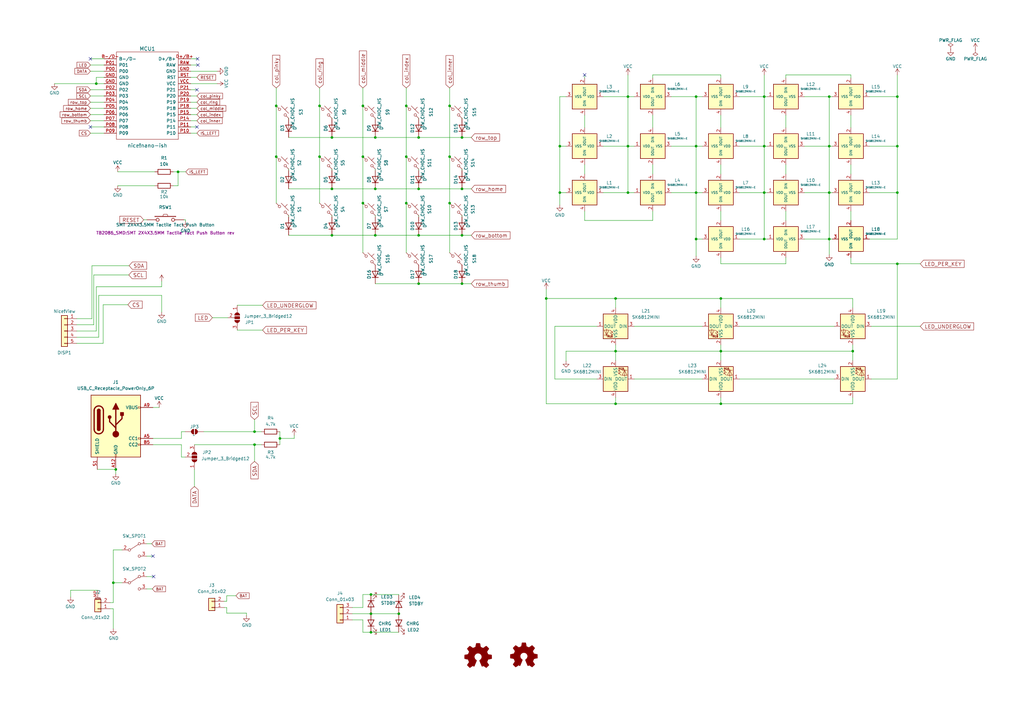
<source format=kicad_sch>
(kicad_sch (version 20231120) (generator "eeschema") (generator_version "8.0")
  (paper "A3")
  (title_block (title "uniCorne Cherry") (date "2023-07-20") (rev "0.9") (company "Thunderbird2086"))
  (junction (at 136.144 56.388))
  (junction (at 46.482 239.014))
  (junction (at 368.046 59.944))
  (junction (at 252.476 122.428))
  (junction (at 368.046 39.624))
  (junction (at 224.028 122.428))
  (junction (at 171.704 56.388))
  (junction (at 285.496 59.944))
  (junction (at 171.704 116.332))
  (junction (at 166.624 83.312))
  (junction (at 113.284 64.262))
  (junction (at 184.404 64.262))
  (junction (at 252.476 165.608))
  (junction (at 104.394 177.038))
  (junction (at 313.436 39.624))
  (junction (at 313.436 78.994))
  (junction (at 189.484 77.47))
  (junction (at 285.496 78.994))
  (junction (at 368.046 78.994))
  (junction (at 148.844 43.434))
  (junction (at 104.394 182.372))
  (junction (at 285.496 39.624))
  (junction (at 136.144 96.52))
  (junction (at 163.576 251.714))
  (junction (at 152.146 251.714))
  (junction (at 340.106 98.044))
  (junction (at 153.924 96.52))
  (junction (at 368.046 108.204))
  (junction (at 171.704 96.52))
  (junction (at 295.656 122.428))
  (junction (at 184.404 83.312))
  (junction (at 148.844 64.262))
  (junction (at 166.624 43.434))
  (junction (at 313.436 98.044))
  (junction (at 171.704 77.47))
  (junction (at 349.758 144.018))
  (junction (at 148.844 83.312))
  (junction (at 229.616 59.944))
  (junction (at 313.436 59.944))
  (junction (at 257.556 59.944))
  (junction (at 152.146 259.334))
  (junction (at 136.144 77.47))
  (junction (at 340.106 59.944))
  (junction (at 114.808 179.832))
  (junction (at 285.496 98.044))
  (junction (at 257.556 78.994))
  (junction (at 340.106 78.994))
  (junction (at 295.656 144.018))
  (junction (at 229.616 78.994))
  (junction (at 252.476 144.018))
  (junction (at 184.404 43.434))
  (junction (at 153.924 56.388))
  (junction (at 295.656 165.608))
  (junction (at 131.064 64.262))
  (junction (at 340.106 39.624))
  (junction (at 189.484 56.388))
  (junction (at 73.025 70.485))
  (junction (at 257.556 39.624))
  (junction (at 131.064 43.434))
  (junction (at 152.146 243.84))
  (junction (at 189.484 116.332))
  (junction (at 153.924 77.47))
  (junction (at 189.484 96.52))
  (junction (at 166.624 64.262))
  (junction (at 39.497 34.29))
  (junction (at 113.284 43.434))
  (junction (at 47.498 192.532))
  (no_connect (at 37.084 24.13))
  (no_connect (at 37.084 52.07))
  (no_connect (at 239.776 30.734))
  (no_connect (at 81.026 24.13))
  (no_connect (at 62.738 228.092))
  (no_connect (at 81.153 26.67))
  (no_connect (at 80.772 36.83))
  (no_connect (at 80.772 52.07))
  (no_connect (at 62.992 236.474))
  (wire (pts (xy 131.064 43.434) (xy 131.064 64.262)))
  (wire (pts (xy 257.556 30.734) (xy 257.556 39.624)))
  (wire (pts (xy 148.844 259.334) (xy 152.146 259.334)))
  (wire (pts (xy 252.476 165.608) (xy 252.476 163.068)))
  (wire (pts (xy 37.084 54.61) (xy 42.672 54.61)))
  (wire (pts (xy 46.482 247.142) (xy 46.482 239.014)))
  (wire (pts (xy 37.084 44.45) (xy 42.672 44.45)))
  (wire (pts (xy 348.996 52.324) (xy 348.996 47.244)))
  (wire (pts (xy 76.073 90.17) (xy 75.438 90.17)))
  (wire (pts (xy 76.073 90.805) (xy 76.073 90.17)))
  (wire (pts (xy 295.656 86.614) (xy 295.656 90.424)))
  (wire (pts (xy 267.716 67.564) (xy 267.716 71.374)))
  (wire (pts (xy 322.326 30.734) (xy 348.996 30.734)))
  (wire (pts (xy 295.656 67.564) (xy 295.656 71.374)))
  (wire (pts (xy 239.776 30.734) (xy 239.776 32.004)))
  (wire (pts (xy 239.776 90.424) (xy 239.776 86.614)))
  (wire (pts (xy 78.232 34.29) (xy 89.027 34.29)))
  (wire (pts (xy 42.291 124.968) (xy 52.451 124.968)))
  (wire (pts (xy 38.481 112.776) (xy 52.832 112.776)))
  (wire (pts (xy 189.484 48.514) (xy 189.484 48.768)))
  (wire (pts (xy 252.476 122.428) (xy 252.476 126.238)))
  (wire (pts (xy 92.964 244.348) (xy 92.964 246.634)))
  (wire (pts (xy 113.284 43.434) (xy 113.284 64.262)))
  (wire (pts (xy 39.497 135.763) (xy 31.496 135.763)))
  (wire (pts (xy 60.198 223.012) (xy 62.23 223.012)))
  (wire (pts (xy 356.616 39.624) (xy 368.046 39.624)))
  (wire (pts (xy 229.616 78.994) (xy 229.616 84.074)))
  (wire (pts (xy 37.719 108.966) (xy 52.959 108.966)))
  (wire (pts (xy 349.758 122.428) (xy 349.758 126.238)))
  (wire (pts (xy 37.084 29.21) (xy 42.672 29.21)))
  (wire (pts (xy 166.624 36.068) (xy 166.624 43.434)))
  (wire (pts (xy 136.144 77.47) (xy 153.924 77.47)))
  (wire (pts (xy 239.776 67.564) (xy 239.776 71.374)))
  (wire (pts (xy 136.144 69.342) (xy 136.144 69.85)))
  (wire (pts (xy 42.291 124.968) (xy 42.291 140.843)))
  (wire (pts (xy 152.146 259.334) (xy 163.576 259.334)))
  (wire (pts (xy 39.497 135.763) (xy 39.497 117.602)))
  (wire (pts (xy 78.232 41.91) (xy 80.772 41.91)))
  (wire (pts (xy 78.232 29.21) (xy 89.027 29.21)))
  (wire (pts (xy 166.624 43.434) (xy 166.624 64.262)))
  (wire (pts (xy 39.497 31.75) (xy 39.497 34.29)))
  (wire (pts (xy 79.756 192.532) (xy 79.756 199.517)))
  (wire (pts (xy 153.924 69.342) (xy 153.924 69.85)))
  (wire (pts (xy 92.964 251.46) (xy 92.964 249.174)))
  (wire (pts (xy 47.498 192.532) (xy 47.498 194.31)))
  (wire (pts (xy 348.996 108.204) (xy 368.046 108.204)))
  (wire (pts (xy 46.482 225.552) (xy 46.482 239.014)))
  (wire (pts (xy 260.096 133.858) (xy 288.036 133.858)))
  (wire (pts (xy 37.084 41.91) (xy 42.672 41.91)))
  (wire (pts (xy 136.144 48.514) (xy 136.144 48.768)))
  (wire (pts (xy 285.496 39.624) (xy 285.496 59.944)))
  (wire (pts (xy 46.482 249.682) (xy 45.212 249.682)))
  (wire (pts (xy 368.046 108.204) (xy 377.444 108.204)))
  (wire (pts (xy 78.232 39.37) (xy 80.772 39.37)))
  (wire (pts (xy 313.436 39.624) (xy 314.706 39.624)))
  (wire (pts (xy 171.704 56.388) (xy 189.484 56.388)))
  (wire (pts (xy 368.046 39.624) (xy 368.046 59.944)))
  (wire (pts (xy 295.656 144.018) (xy 349.758 144.018)))
  (wire (pts (xy 285.496 59.944) (xy 288.036 59.944)))
  (wire (pts (xy 40.513 138.303) (xy 31.496 138.303)))
  (wire (pts (xy 340.106 39.624) (xy 340.106 59.944)))
  (wire (pts (xy 322.326 86.614) (xy 322.326 90.424)))
  (wire (pts (xy 340.106 98.044) (xy 341.376 98.044)))
  (wire (pts (xy 42.672 26.67) (xy 37.084 26.67)))
  (wire (pts (xy 114.808 179.832) (xy 120.65 179.832)))
  (wire (pts (xy 28.956 242.062) (xy 28.956 244.856)))
  (wire (pts (xy 295.656 122.428) (xy 295.656 126.238)))
  (wire (pts (xy 329.946 98.044) (xy 340.106 98.044)))
  (wire (pts (xy 62.738 167.132) (xy 65.278 167.132)))
  (wire (pts (xy 42.672 52.07) (xy 37.084 52.07)))
  (wire (pts (xy 153.924 116.332) (xy 171.704 116.332)))
  (wire (pts (xy 257.556 59.944) (xy 257.556 78.994)))
  (wire (pts (xy 247.396 78.994) (xy 257.556 78.994)))
  (wire (pts (xy 60.198 236.474) (xy 62.992 236.474)))
  (wire (pts (xy 42.672 39.37) (xy 37.084 39.37)))
  (wire (pts (xy 285.496 78.994) (xy 285.496 98.044)))
  (wire (pts (xy 356.616 78.994) (xy 368.046 78.994)))
  (wire (pts (xy 229.616 39.624) (xy 232.156 39.624)))
  (wire (pts (xy 340.106 78.994) (xy 340.106 98.044)))
  (wire (pts (xy 62.484 241.554) (xy 60.198 241.554)))
  (wire (pts (xy 184.404 64.262) (xy 184.404 83.312)))
  (wire (pts (xy 58.928 90.17) (xy 60.198 90.17)))
  (wire (pts (xy 148.844 36.068) (xy 148.844 43.434)))
  (wire (pts (xy 40.513 121.158) (xy 66.294 121.158)))
  (wire (pts (xy 314.706 78.994) (xy 313.436 78.994)))
  (wire (pts (xy 148.844 83.312) (xy 148.844 103.632)))
  (wire (pts (xy 329.946 59.944) (xy 340.106 59.944)))
  (wire (pts (xy 118.364 77.47) (xy 136.144 77.47)))
  (wire (pts (xy 113.284 36.068) (xy 113.284 43.434)))
  (wire (pts (xy 193.294 116.332) (xy 189.484 116.332)))
  (wire (pts (xy 224.028 122.428) (xy 252.476 122.428)))
  (wire (pts (xy 275.336 59.944) (xy 285.496 59.944)))
  (wire (pts (xy 322.326 67.564) (xy 322.326 71.374)))
  (wire (pts (xy 356.616 98.044) (xy 368.046 98.044)))
  (wire (pts (xy 39.878 192.532) (xy 47.498 192.532)))
  (wire (pts (xy 148.844 64.262) (xy 148.844 83.312)))
  (wire (pts (xy 267.716 30.734) (xy 295.656 30.734)))
  (wire (pts (xy 295.656 144.018) (xy 295.656 141.478)))
  (wire (pts (xy 229.616 59.944) (xy 232.156 59.944)))
  (wire (pts (xy 340.106 98.044) (xy 340.106 104.394)))
  (wire (pts (xy 252.476 122.428) (xy 295.656 122.428)))
  (wire (pts (xy 46.482 239.014) (xy 50.038 239.014)))
  (wire (pts (xy 285.496 98.044) (xy 285.496 105.029)))
  (wire (pts (xy 252.476 144.018) (xy 252.476 141.478)))
  (wire (pts (xy 136.144 88.392) (xy 136.144 88.9)))
  (wire (pts (xy 303.276 78.994) (xy 313.436 78.994)))
  (wire (pts (xy 166.624 83.312) (xy 166.624 103.632)))
  (wire (pts (xy 295.656 165.608) (xy 349.758 165.608)))
  (wire (pts (xy 73.025 70.485) (xy 76.2 70.485)))
  (wire (pts (xy 148.844 254.254) (xy 148.844 259.334)))
  (wire (pts (xy 224.028 118.618) (xy 224.028 122.428)))
  (wire (pts (xy 118.364 56.388) (xy 136.144 56.388)))
  (wire (pts (xy 104.394 177.038) (xy 107.188 177.038)))
  (wire (pts (xy 144.526 251.714) (xy 152.146 251.714)))
  (wire (pts (xy 349.758 144.018) (xy 349.758 147.828)))
  (wire (pts (xy 252.476 144.018) (xy 252.476 147.828)))
  (wire (pts (xy 166.624 64.262) (xy 166.624 83.312)))
  (wire (pts (xy 144.526 254.254) (xy 148.844 254.254)))
  (wire (pts (xy 285.496 78.994) (xy 288.036 78.994)))
  (wire (pts (xy 184.404 43.434) (xy 184.404 64.262)))
  (wire (pts (xy 101.092 251.46) (xy 92.964 251.46)))
  (wire (pts (xy 39.497 34.29) (xy 42.672 34.29)))
  (wire (pts (xy 136.144 56.388) (xy 153.924 56.388)))
  (wire (pts (xy 78.232 36.83) (xy 80.772 36.83)))
  (wire (pts (xy 368.046 59.944) (xy 368.046 78.994)))
  (wire (pts (xy 37.084 36.83) (xy 42.672 36.83)))
  (wire (pts (xy 118.364 96.52) (xy 136.144 96.52)))
  (wire (pts (xy 37.084 49.53) (xy 42.672 49.53)))
  (wire (pts (xy 227.584 133.858) (xy 227.584 155.448)))
  (wire (pts (xy 224.028 122.428) (xy 224.028 165.608)))
  (wire (pts (xy 322.326 47.244) (xy 322.326 52.324)))
  (wire (pts (xy 340.106 59.944) (xy 340.106 78.994)))
  (wire (pts (xy 229.616 59.944) (xy 229.616 78.994)))
  (wire (pts (xy 267.716 47.244) (xy 267.716 52.324)))
  (wire (pts (xy 114.808 177.038) (xy 114.808 179.832)))
  (wire (pts (xy 104.394 182.372) (xy 107.188 182.372)))
  (wire (pts (xy 340.106 59.944) (xy 341.376 59.944)))
  (wire (pts (xy 120.65 179.832) (xy 120.65 178.562)))
  (wire (pts (xy 224.028 165.608) (xy 252.476 165.608)))
  (wire (pts (xy 313.436 39.624) (xy 313.436 59.944)))
  (wire (pts (xy 153.924 56.388) (xy 171.704 56.388)))
  (wire (pts (xy 62.738 228.092) (xy 60.198 228.092)))
  (wire (pts (xy 46.482 247.142) (xy 45.212 247.142)))
  (wire (pts (xy 101.092 251.46) (xy 101.092 252.476)))
  (wire (pts (xy 171.704 77.47) (xy 189.484 77.47)))
  (wire (pts (xy 42.291 140.843) (xy 31.496 140.843)))
  (wire (pts (xy 295.656 165.608) (xy 295.656 163.068)))
  (wire (pts (xy 303.276 155.448) (xy 342.138 155.448)))
  (wire (pts (xy 83.566 177.038) (xy 104.394 177.038)))
  (wire (pts (xy 48.26 76.2) (xy 63.5 76.2)))
  (wire (pts (xy 348.996 105.664) (xy 348.996 108.204)))
  (wire (pts (xy 62.738 182.372) (xy 74.422 182.372)))
  (wire (pts (xy 295.656 108.204) (xy 295.656 105.664)))
  (wire (pts (xy 148.844 43.434) (xy 148.844 64.262)))
  (wire (pts (xy 189.484 69.342) (xy 189.484 69.85)))
  (wire (pts (xy 232.156 144.018) (xy 252.476 144.018)))
  (wire (pts (xy 229.616 78.994) (xy 232.156 78.994)))
  (wire (pts (xy 148.844 243.84) (xy 152.146 243.84)))
  (wire (pts (xy 257.556 59.944) (xy 260.096 59.944)))
  (wire (pts (xy 239.776 90.424) (xy 267.716 90.424)))
  (wire (pts (xy 37.084 24.13) (xy 42.672 24.13)))
  (wire (pts (xy 92.964 249.174) (xy 91.948 249.174)))
  (wire (pts (xy 295.656 30.734) (xy 295.656 32.004)))
  (wire (pts (xy 329.946 39.624) (xy 340.106 39.624)))
  (wire (pts (xy 74.422 182.372) (xy 74.422 187.452)))
  (wire (pts (xy 295.656 144.018) (xy 295.656 147.828)))
  (wire (pts (xy 144.526 249.174) (xy 148.844 249.174)))
  (wire (pts (xy 303.276 133.858) (xy 342.138 133.858)))
  (wire (pts (xy 313.436 30.734) (xy 313.436 39.624)))
  (wire (pts (xy 78.232 49.53) (xy 80.772 49.53)))
  (wire (pts (xy 136.144 96.52) (xy 153.924 96.52)))
  (wire (pts (xy 239.776 52.324) (xy 239.776 47.244)))
  (wire (pts (xy 97.282 135.382) (xy 107.696 135.382)))
  (wire (pts (xy 153.924 48.514) (xy 153.924 48.768)))
  (wire (pts (xy 78.232 31.75) (xy 80.772 31.75)))
  (wire (pts (xy 31.496 130.683) (xy 37.719 130.683)))
  (wire (pts (xy 303.276 98.044) (xy 313.436 98.044)))
  (wire (pts (xy 357.378 133.858) (xy 377.444 133.858)))
  (wire (pts (xy 313.436 59.944) (xy 313.436 78.994)))
  (wire (pts (xy 275.336 39.624) (xy 285.496 39.624)))
  (wire (pts (xy 314.706 98.044) (xy 313.436 98.044)))
  (wire (pts (xy 227.584 133.858) (xy 244.856 133.858)))
  (wire (pts (xy 78.232 46.99) (xy 80.772 46.99)))
  (wire (pts (xy 74.422 179.832) (xy 62.738 179.832)))
  (wire (pts (xy 285.496 39.624) (xy 288.036 39.624)))
  (wire (pts (xy 46.482 225.552) (xy 50.038 225.552)))
  (wire (pts (xy 153.924 77.47) (xy 171.704 77.47)))
  (wire (pts (xy 229.616 39.624) (xy 229.616 59.944)))
  (wire (pts (xy 39.497 117.602) (xy 66.294 117.602)))
  (wire (pts (xy 267.716 30.734) (xy 267.716 32.004)))
  (wire (pts (xy 171.704 88.392) (xy 171.704 88.9)))
  (wire (pts (xy 81.026 24.13) (xy 78.232 24.13)))
  (wire (pts (xy 40.132 242.062) (xy 28.956 242.062)))
  (wire (pts (xy 247.396 59.944) (xy 257.556 59.944)))
  (wire (pts (xy 163.576 251.714) (xy 152.146 251.714)))
  (wire (pts (xy 87.122 130.302) (xy 93.472 130.302)))
  (wire (pts (xy 329.946 78.994) (xy 340.106 78.994)))
  (wire (pts (xy 285.496 98.044) (xy 288.036 98.044)))
  (wire (pts (xy 252.476 165.608) (xy 295.656 165.608)))
  (wire (pts (xy 189.484 96.52) (xy 193.294 96.52)))
  (wire (pts (xy 114.808 179.832) (xy 114.808 182.372)))
  (wire (pts (xy 295.656 52.324) (xy 295.656 47.244)))
  (wire (pts (xy 163.576 243.84) (xy 152.146 243.84)))
  (wire (pts (xy 322.326 30.734) (xy 322.326 32.004)))
  (wire (pts (xy 92.964 246.634) (xy 91.948 246.634)))
  (wire (pts (xy 348.996 86.614) (xy 348.996 90.424)))
  (wire (pts (xy 368.046 30.734) (xy 368.046 39.624)))
  (wire (pts (xy 74.422 177.038) (xy 74.422 179.832)))
  (wire (pts (xy 313.436 78.994) (xy 313.436 98.044)))
  (wire (pts (xy 171.704 116.332) (xy 189.484 116.332)))
  (wire (pts (xy 257.556 39.624) (xy 257.556 59.944)))
  (wire (pts (xy 118.364 69.342) (xy 118.364 69.85)))
  (wire (pts (xy 152.146 251.714) (xy 152.146 251.46)))
  (wire (pts (xy 74.422 187.452) (xy 75.946 187.452)))
  (wire (pts (xy 31.496 133.223) (xy 38.481 133.223)))
  (wire (pts (xy 252.476 144.018) (xy 295.656 144.018)))
  (wire (pts (xy 189.484 56.388) (xy 193.294 56.388)))
  (wire (pts (xy 39.497 31.75) (xy 42.672 31.75)))
  (wire (pts (xy 37.084 46.99) (xy 42.672 46.99)))
  (wire (pts (xy 171.704 48.514) (xy 171.704 48.768)))
  (wire (pts (xy 38.481 133.223) (xy 38.481 112.776)))
  (wire (pts (xy 260.096 155.448) (xy 288.036 155.448)))
  (wire (pts (xy 131.064 36.068) (xy 131.064 43.434)))
  (wire (pts (xy 48.26 70.485) (xy 63.5 70.485)))
  (wire (pts (xy 368.046 108.204) (xy 368.046 155.448)))
  (wire (pts (xy 340.106 39.624) (xy 341.376 39.624)))
  (wire (pts (xy 267.716 90.424) (xy 267.716 86.614)))
  (wire (pts (xy 163.576 243.84) (xy 163.576 244.094)))
  (wire (pts (xy 71.12 76.2) (xy 73.025 76.2)))
  (wire (pts (xy 148.844 249.174) (xy 148.844 243.84)))
  (wire (pts (xy 227.584 155.448) (xy 244.856 155.448)))
  (wire (pts (xy 349.758 141.478) (xy 349.758 144.018)))
  (wire (pts (xy 348.996 30.734) (xy 348.996 32.004)))
  (wire (pts (xy 349.758 163.068) (xy 349.758 165.608)))
  (wire (pts (xy 285.496 59.944) (xy 285.496 78.994)))
  (wire (pts (xy 260.096 78.994) (xy 257.556 78.994)))
  (wire (pts (xy 184.404 83.312) (xy 184.404 103.632)))
  (wire (pts (xy 232.156 144.018) (xy 232.156 148.082)))
  (wire (pts (xy 275.336 78.994) (xy 285.496 78.994)))
  (wire (pts (xy 189.484 77.47) (xy 193.294 77.47)))
  (wire (pts (xy 104.394 172.085) (xy 104.394 177.038)))
  (wire (pts (xy 153.924 96.52) (xy 171.704 96.52)))
  (wire (pts (xy 79.756 182.372) (xy 104.394 182.372)))
  (wire (pts (xy 78.232 52.07) (xy 80.772 52.07)))
  (wire (pts (xy 113.284 64.262) (xy 113.284 83.312)))
  (wire (pts (xy 368.046 78.994) (xy 368.046 98.044)))
  (wire (pts (xy 71.12 70.485) (xy 73.025 70.485)))
  (wire (pts (xy 303.276 59.944) (xy 313.436 59.944)))
  (wire (pts (xy 131.064 64.262) (xy 131.064 83.312)))
  (wire (pts (xy 118.364 88.392) (xy 118.364 88.9)))
  (wire (pts (xy 171.704 96.52) (xy 189.484 96.52)))
  (wire (pts (xy 73.025 70.485) (xy 73.025 76.2)))
  (wire (pts (xy 153.924 88.392) (xy 153.924 88.9)))
  (wire (pts (xy 295.656 122.428) (xy 349.758 122.428)))
  (wire (pts (xy 74.422 177.038) (xy 75.946 177.038)))
  (wire (pts (xy 66.294 115.316) (xy 66.294 117.602)))
  (wire (pts (xy 78.232 54.61) (xy 80.772 54.61)))
  (wire (pts (xy 295.656 108.204) (xy 322.326 108.204)))
  (wire (pts (xy 78.232 44.45) (xy 80.772 44.45)))
  (wire (pts (xy 46.482 249.682) (xy 46.482 257.81)))
  (wire (pts (xy 303.276 39.624) (xy 313.436 39.624)))
  (wire (pts (xy 348.996 67.564) (xy 348.996 71.374)))
  (wire (pts (xy 107.696 125.222) (xy 97.282 125.222)))
  (wire (pts (xy 340.106 78.994) (xy 341.376 78.994)))
  (wire (pts (xy 247.396 39.624) (xy 257.556 39.624)))
  (wire (pts (xy 118.364 48.514) (xy 118.364 48.768)))
  (wire (pts (xy 22.352 34.29) (xy 39.497 34.29)))
  (wire (pts (xy 104.394 182.372) (xy 104.394 189.23)))
  (wire (pts (xy 189.484 88.392) (xy 189.484 88.9)))
  (wire (pts (xy 37.719 130.683) (xy 37.719 108.966)))
  (wire (pts (xy 356.616 59.944) (xy 368.046 59.944)))
  (wire (pts (xy 40.513 121.158) (xy 40.513 138.303)))
  (wire (pts (xy 313.436 59.944) (xy 314.706 59.944)))
  (wire (pts (xy 66.294 121.158) (xy 66.294 128.016)))
  (wire (pts (xy 257.556 39.624) (xy 260.096 39.624)))
  (wire (pts (xy 368.046 155.448) (xy 357.378 155.448)))
  (wire (pts (xy 322.326 108.204) (xy 322.326 105.664)))
  (wire (pts (xy 184.404 36.068) (xy 184.404 43.434)))
  (wire (pts (xy 78.232 26.67) (xy 81.153 26.67)))
  (wire (pts (xy 96.774 244.348) (xy 92.964 244.348)))
  (wire (pts (xy 171.704 69.342) (xy 171.704 69.85)))
  (global_label "col_pinky" (shape input) (at 113.284 36.068 90) (effects (font (size 1.524 1.524))) (property "Intersheetrefs" "${INTERSHEET_REFS}" (effects (hide yes))))
  (global_label "LED_UNDERGLOW" (shape input) (at 377.444 133.858 0) (effects (font (size 1.524 1.524))) (property "Intersheetrefs" "${INTERSHEET_REFS}" (effects (hide yes))))
  (global_label "col_inner" (shape input) (at 184.404 36.068 90) (effects (font (size 1.524 1.524))) (property "Intersheetrefs" "${INTERSHEET_REFS}" (effects (hide yes))))
  (global_label "RESET" (shape input) (at 58.928 90.17 180) (effects (font (size 1.524 1.524))) (property "Intersheetrefs" "${INTERSHEET_REFS}" (effects (hide yes))))
  (global_label "IS_LEFT" (shape input) (at 80.772 54.61 0) (effects (font (size 1.1938 1.1938))) (property "Intersheetrefs" "${INTERSHEET_REFS}" (effects (hide yes))))
  (global_label "col_ring" (shape input) (at 131.064 36.068 90) (effects (font (size 1.524 1.524))) (property "Intersheetrefs" "${INTERSHEET_REFS}" (effects (hide yes))))
  (global_label "SCL" (shape input) (at 37.084 39.37 180) (effects (font (size 1.1938 1.1938))) (property "Intersheetrefs" "${INTERSHEET_REFS}" (effects (hide yes))))
  (global_label "row_home" (shape input) (at 37.084 44.45 180) (effects (font (size 1.1938 1.1938))) (property "Intersheetrefs" "${INTERSHEET_REFS}" (effects (hide yes))))
  (global_label "BAT" (shape input) (at 62.484 241.554 0) (effects (font (size 1.1938 1.1938))) (property "Intersheetrefs" "${INTERSHEET_REFS}" (effects (hide yes))))
  (global_label "row_home" (shape input) (at 193.294 77.47 0) (effects (font (size 1.524 1.524))) (property "Intersheetrefs" "${INTERSHEET_REFS}" (effects (hide yes))))
  (global_label "row_bottom" (shape input) (at 193.294 96.52 0) (effects (font (size 1.524 1.524))) (property "Intersheetrefs" "${INTERSHEET_REFS}" (effects (hide yes))))
  (global_label "IS_LEFT" (shape input) (at 76.2 70.485 0) (effects (font (size 1.1938 1.1938))) (property "Intersheetrefs" "${INTERSHEET_REFS}" (effects (hide yes))))
  (global_label "SDA" (shape input) (at 104.394 189.23 270) (effects (font (size 1.524 1.524))) (property "Intersheetrefs" "${INTERSHEET_REFS}" (effects (hide yes))))
  (global_label "DATA" (shape input) (at 79.756 199.517 270) (effects (font (size 1.524 1.524))) (property "Intersheetrefs" "${INTERSHEET_REFS}" (effects (hide yes))))
  (global_label "col_middle" (shape input) (at 148.844 36.068 90) (effects (font (size 1.524 1.524))) (property "Intersheetrefs" "${INTERSHEET_REFS}" (effects (hide yes))))
  (global_label "LED" (shape input) (at 37.084 26.67 180) (effects (font (size 1.1938 1.1938))) (property "Intersheetrefs" "${INTERSHEET_REFS}" (effects (hide yes))))
  (global_label "row_thumb" (shape input) (at 193.294 116.332 0) (effects (font (size 1.524 1.524))) (property "Intersheetrefs" "${INTERSHEET_REFS}" (effects (hide yes))))
  (global_label "col_index" (shape input) (at 80.772 46.99 0) (effects (font (size 1.1938 1.1938))) (property "Intersheetrefs" "${INTERSHEET_REFS}" (effects (hide yes))))
  (global_label "LED_PER_KEY" (shape input) (at 377.444 108.204 0) (effects (font (size 1.524 1.524))) (property "Intersheetrefs" "${INTERSHEET_REFS}" (effects (hide yes))))
  (global_label "CS" (shape input) (at 37.084 54.61 180) (effects (font (size 1.1938 1.1938))) (property "Intersheetrefs" "${INTERSHEET_REFS}" (effects (hide yes))))
  (global_label "SCL" (shape input) (at 104.394 172.085 90) (effects (font (size 1.524 1.524))) (property "Intersheetrefs" "${INTERSHEET_REFS}" (effects (hide yes))))
  (global_label "RESET" (shape input) (at 80.772 31.75 0) (effects (font (size 1.1938 1.1938))) (property "Intersheetrefs" "${INTERSHEET_REFS}" (effects (hide yes))))
  (global_label "LED_UNDERGLOW" (shape input) (at 107.696 125.222 0) (effects (font (size 1.524 1.524))) (property "Intersheetrefs" "${INTERSHEET_REFS}" (effects (hide yes))))
  (global_label "row_thumb" (shape input) (at 37.084 49.53 180) (effects (font (size 1.1938 1.1938))) (property "Intersheetrefs" "${INTERSHEET_REFS}" (effects (hide yes))))
  (global_label "col_index" (shape input) (at 166.624 36.068 90) (effects (font (size 1.524 1.524))) (property "Intersheetrefs" "${INTERSHEET_REFS}" (effects (hide yes))))
  (global_label "col_middle" (shape input) (at 80.772 44.45 0) (effects (font (size 1.1938 1.1938))) (property "Intersheetrefs" "${INTERSHEET_REFS}" (effects (hide yes))))
  (global_label "SCL" (shape input) (at 52.832 112.776 0) (effects (font (size 1.524 1.524))) (property "Intersheetrefs" "${INTERSHEET_REFS}" (effects (hide yes))))
  (global_label "row_top" (shape input) (at 193.294 56.388 0) (effects (font (size 1.524 1.524))) (property "Intersheetrefs" "${INTERSHEET_REFS}" (effects (hide yes))))
  (global_label "SDA" (shape input) (at 37.084 36.83 180) (effects (font (size 1.1938 1.1938))) (property "Intersheetrefs" "${INTERSHEET_REFS}" (effects (hide yes))))
  (global_label "LED_PER_KEY" (shape input) (at 107.696 135.382 0) (effects (font (size 1.524 1.524))) (property "Intersheetrefs" "${INTERSHEET_REFS}" (effects (hide yes))))
  (global_label "col_pinky" (shape input) (at 80.772 39.37 0) (effects (font (size 1.1938 1.1938))) (property "Intersheetrefs" "${INTERSHEET_REFS}" (effects (hide yes))))
  (global_label "BAT" (shape input) (at 62.23 223.012 0) (effects (font (size 1.1938 1.1938))) (property "Intersheetrefs" "${INTERSHEET_REFS}" (effects (hide yes))))
  (global_label "SDA" (shape input) (at 52.959 108.966 0) (effects (font (size 1.524 1.524))) (property "Intersheetrefs" "${INTERSHEET_REFS}" (effects (hide yes))))
  (global_label "DATA" (shape input) (at 37.084 29.21 180) (effects (font (size 1.1938 1.1938))) (property "Intersheetrefs" "${INTERSHEET_REFS}" (effects (hide yes))))
  (global_label "LED" (shape input) (at 87.122 130.302 180) (effects (font (size 1.524 1.524))) (property "Intersheetrefs" "${INTERSHEET_REFS}" (effects (hide yes))))
  (global_label "col_ring" (shape input) (at 80.772 41.91 0) (effects (font (size 1.1938 1.1938))) (property "Intersheetrefs" "${INTERSHEET_REFS}" (effects (hide yes))))
  (global_label "col_inner" (shape input) (at 80.772 49.53 0) (effects (font (size 1.1938 1.1938))) (property "Intersheetrefs" "${INTERSHEET_REFS}" (effects (hide yes))))
  (global_label "row_bottom" (shape input) (at 37.084 46.99 180) (effects (font (size 1.1938 1.1938))) (property "Intersheetrefs" "${INTERSHEET_REFS}" (effects (hide yes))))
  (global_label "CS" (shape input) (at 52.451 124.968 0) (effects (font (size 1.524 1.524))) (property "Intersheetrefs" "${INTERSHEET_REFS}" (effects (hide yes))))
  (global_label "row_top" (shape input) (at 37.084 41.91 180) (effects (font (size 1.1938 1.1938))) (property "Intersheetrefs" "${INTERSHEET_REFS}" (effects (hide yes))))
  (global_label "BAT" (shape input) (at 96.774 244.348 0) (effects (font (size 1.1938 1.1938))) (property "Intersheetrefs" "${INTERSHEET_REFS}" (effects (hide yes))))
  (symbol (lib_id "power:GND") (at 47.498 194.31 0) (unit 1)
    (property "Reference" "#PWR06" (effects (hide yes)))
    (property "Value" "GND" (at 47.498 198.12 0))
  )
  (symbol (lib_id "Device:D") (at 153.924 112.522 90) (unit 1)
    (property "Reference" "D16" (at 151.384 112.522 0))
    (property "Value" "D" (at 156.464 112.522 0))
    (property "Footprint" "TB2086_SMD:D3_SMD_rev" (effects (hide yes)))
    (property "Sim.Device" "D" (effects (hide yes)))
    (property "Sim.Pins" "1=K 2=A" (effects (hide yes)))
  )
  (symbol (lib_id "Device:D") (at 171.704 52.578 90) (unit 1)
    (property "Reference" "D12" (at 169.164 52.578 0))
    (property "Value" "D" (at 174.244 52.578 0))
    (property "Footprint" "TB2086_SMD:D3_SMD_rev" (effects (hide yes)))
    (property "Sim.Device" "D" (effects (hide yes)))
    (property "Sim.Pins" "1=K 2=A" (effects (hide yes)))
  )
  (symbol (lib_id "TB2086_LED:SK6812MINI-E") (at 322.326 98.044 90) (mirror x) (unit 1)
    (property "Reference" "L17" (at 332.486 92.9954 90))
    (property "Value" "SK6812MINI-E" (at 332.486 94.9005 90) (effects (font (size 0.7366 0.7366))))
    (property "Footprint" "TB2086_LED:LED_SK6812MINI-E_rev" (effects (hide yes)))
    (property "Datasheet" "https://cdn-shop.adafruit.com/product-files/2686/SK6812MINI_REV.01-1-2.pdf" (effects (hide yes)))
  )
  (symbol (lib_id "TB2086_LED:SK6812MINI-E") (at 295.656 78.994 270) (mirror x) (unit 1)
    (property "Reference" "L7" (at 305.816 74.96 90))
    (property "Value" "SK6812MINI-E" (at 305.816 76.8651 90) (effects (font (size 0.7366 0.7366))))
    (property "Footprint" "TB2086_LED:LED_SK6812MINI-E_rev" (effects (hide yes)))
    (property "Datasheet" "https://cdn-shop.adafruit.com/product-files/2686/SK6812MINI_REV.01-1-2.pdf" (effects (hide yes)))
  )
  (symbol (lib_id "Device:D") (at 118.364 52.578 90) (unit 1)
    (property "Reference" "D3" (at 115.824 52.578 0))
    (property "Value" "D" (at 120.904 52.578 0))
    (property "Footprint" "TB2086_SMD:D3_SMD_rev" (effects (hide yes)))
    (property "Sim.Device" "D" (effects (hide yes)))
    (property "Sim.Pins" "1=K 2=A" (effects (hide yes)))
  )
  (symbol (lib_id "TB2086_KEYSWITCH:SW_CHOC_HS") (at 151.384 106.172 270) (mirror x) (unit 1)
    (property "Reference" "S16" (at 159.004 106.172 0))
    (property "Value" "SW_CHOC_HS" (at 155.575 106.553 0))
    (property "Footprint" "TB2086_KEYSWITCH:SW_choc_v1_v2_HS_1u_reversible" (effects (hide yes)))
    (property "Description" "Push button switch, normally open, two pins, 45° tilted" (effects (hide yes)))
  )
  (symbol (lib_id "power:VCC") (at 66.294 115.316 0) (mirror y) (unit 1)
    (property "Reference" "#PWR08" (effects (hide yes)))
    (property "Value" "VCC" (effects (hide yes)))
  )
  (symbol (lib_id "Device:D") (at 189.484 52.578 90) (unit 1)
    (property "Reference" "D15" (at 186.944 52.578 0))
    (property "Value" "D" (at 192.024 52.578 0))
    (property "Footprint" "TB2086_SMD:D3_SMD_rev" (effects (hide yes)))
    (property "Sim.Device" "D" (effects (hide yes)))
    (property "Sim.Pins" "1=K 2=A" (effects (hide yes)))
  )
  (symbol (lib_id "Device:LED") (at 152.146 247.65 90) (mirror x) (unit 1)
    (property "Reference" "LED3" (at 156.21 244.7924 90) (effects (justify right)))
    (property "Value" "STDBY" (at 156.21 247.3324 90) (effects (justify right)))
    (property "Footprint" "TB2086_LED:LED_0603_1608Metric_Pad1.05x0.95mm_HandSolder" (effects (hide yes)))
    (property "Description" "Light emitting diode" (effects (hide yes)))
  )
  (symbol (lib_id "TB2086_KEYSWITCH:SW_CHOC_HS") (at 133.604 45.974 270) (mirror x) (unit 1)
    (property "Reference" "S6" (at 141.224 45.974 0))
    (property "Value" "SW_CHOC_HS" (at 137.795 46.355 0))
    (property "Footprint" "TB2086_KEYSWITCH:SW_choc_v1_v2_HS_1u_reversible" (effects (hide yes)))
    (property "Description" "Push button switch, normally open, two pins, 45° tilted" (effects (hide yes)))
  )
  (symbol (lib_id "TB2086_SMD:SMT 2X4X3.5MM Tactile Tact Push Button") (at 67.818 90.17 0) (mirror y) (unit 1)
    (property "Reference" "RSW1" (at 67.818 85.0011 0))
    (property "Value" "SMT 2X4X3.5MM Tactile Tact Push Button" (at 67.818 92.202 0))
    (property "Footprint" "TB2086_SMD:SMT 2X4X3.5MM Tactile Tact Push Button rev" (at 67.7926 95.504 0))
  )
  (symbol (lib_id "TB2086_KEYSWITCH:SW_CHOC_HS") (at 169.164 85.852 270) (mirror x) (unit 1)
    (property "Reference" "S10" (at 176.149 85.852 0))
    (property "Value" "SW_CHOC_HS" (at 173.355 86.233 0))
    (property "Footprint" "TB2086_KEYSWITCH:SW_choc_v1_v2_HS_1u_reversible" (effects (hide yes)))
    (property "Description" "Push button switch, normally open, two pins, 45° tilted" (effects (hide yes)))
  )
  (symbol (lib_id "power:PWR_FLAG") (at 400.05 20.32 180) (unit 1)
    (property "Reference" "#FLG02" (effects (hide yes)))
    (property "Value" "PWR_FLAG" (at 400.05 24.13 0))
  )
  (symbol (lib_id "Device:D") (at 153.924 92.71 90) (unit 1)
    (property "Reference" "D7" (at 151.384 92.71 0))
    (property "Value" "D" (at 156.464 92.71 0))
    (property "Footprint" "TB2086_SMD:D3_SMD_rev" (effects (hide yes)))
    (property "Sim.Device" "D" (effects (hide yes)))
    (property "Sim.Pins" "1=K 2=A" (effects (hide yes)))
  )
  (symbol (lib_id "TB2086_MISC:nice!nano-ish") (at 60.452 45.72 0) (unit 1)
    (property "Reference" "MCU1" (at 60.452 20.0152 0) (effects (font (size 1.524 1.524))))
    (property "Value" "nice!nano-ish" (at 60.452 59.69 0) (effects (font (size 1.524 1.524))))
    (property "Footprint" "TB2086_MISC:ProMicro-dn-rev-unrouted" (effects (hide yes)))
  )
  (symbol (lib_id "Device:D") (at 171.704 92.71 90) (unit 1)
    (property "Reference" "D10" (at 169.164 92.71 0))
    (property "Value" "D" (at 174.244 92.71 0))
    (property "Footprint" "TB2086_SMD:D3_SMD_rev" (effects (hide yes)))
    (property "Sim.Device" "D" (effects (hide yes)))
    (property "Sim.Pins" "1=K 2=A" (effects (hide yes)))
  )
  (symbol (lib_id "Connector:USB_C_Receptacle_PowerOnly_6P") (at 47.498 174.752 0) (unit 1)
    (property "Reference" "J1" (at 47.498 156.718 0))
    (property "Value" "USB_C_Receptacle_PowerOnly_6P" (at 47.498 159.258 0))
    (property "Footprint" "TB2086_SMD:USB-20C-F-6C16_rev" (effects (hide yes)))
    (property "Datasheet" "https://www.usb.org/sites/default/files/documents/usb_type-c.zip" (effects (hide yes)))
    (property "Description" "USB Power-Only 6P Type-C Receptacle connector" (effects (hide yes)))
  )
  (symbol (lib_id "Device:R") (at 67.31 76.2 270) (mirror x) (unit 1)
    (property "Reference" "R2" (at 67.31 78.724 90))
    (property "Value" "10k" (at 67.31 80.645 90))
    (property "Footprint" "Resistor_SMD:R_0805_2012Metric_Pad1.20x1.40mm_HandSolder" (effects (hide yes)))
  )
  (symbol (lib_id "TB2086_KEYSWITCH:SW_CHOC_HS") (at 151.384 45.974 270) (mirror x) (unit 1)
    (property "Reference" "S9" (at 159.004 45.974 0))
    (property "Value" "SW_CHOC_HS" (at 155.575 46.355 0))
    (property "Footprint" "TB2086_KEYSWITCH:SW_choc_v1_v2_HS_1u_reversible" (effects (hide yes)))
    (property "Description" "Push button switch, normally open, two pins, 45° tilted" (effects (hide yes)))
  )
  (symbol (lib_id "TB2086_KEYSWITCH:SW_CHOC_HS") (at 133.604 66.802 270) (mirror x) (unit 1)
    (property "Reference" "S5" (at 140.589 66.802 0))
    (property "Value" "SW_CHOC_HS" (at 137.795 67.183 0))
    (property "Footprint" "TB2086_KEYSWITCH:SW_choc_v1_v2_HS_1u_reversible" (effects (hide yes)))
    (property "Description" "Push button switch, normally open, two pins, 45° tilted" (effects (hide yes)))
  )
  (symbol (lib_id "power:GND") (at 229.616 84.074 0) (unit 1)
    (property "Reference" "#PWR016" (effects (hide yes)))
    (property "Value" "GND" (at 229.616 88.2095 0))
  )
  (symbol (lib_id "Device:R") (at 67.31 70.485 270) (unit 1)
    (property "Reference" "R1" (at 67.31 64.77 90))
    (property "Value" "10k" (at 67.31 67.31 90))
    (property "Footprint" "Resistor_SMD:R_0805_2012Metric_Pad1.20x1.40mm_HandSolder" (effects (hide yes)))
  )
  (symbol (lib_id "Device:D") (at 136.144 52.578 90) (unit 1)
    (property "Reference" "D6" (at 133.604 52.578 0))
    (property "Value" "D" (at 138.684 52.578 0))
    (property "Footprint" "TB2086_SMD:D3_SMD_rev" (effects (hide yes)))
    (property "Sim.Device" "D" (effects (hide yes)))
    (property "Sim.Pins" "1=K 2=A" (effects (hide yes)))
  )
  (symbol (lib_id "Connector_Generic:Conn_01x03") (at 139.446 251.714 180) (unit 1)
    (property "Reference" "J4" (at 139.446 243.332 0))
    (property "Value" "Conn_01x03" (at 139.446 245.872 0))
    (property "Footprint" "TB2086_MISC:Pogopin_1x03_P2.54mm" (effects (hide yes)))
    (property "Description" "Generic connector, single row, 01x03, script generated (kicad-library-utils/schlib/autogen/connector/)" (effects (hide yes)))
  )
  (symbol (lib_id "power:GND") (at 46.482 257.81 0) (mirror y) (unit 1)
    (property "Reference" "#PWR03" (effects (hide yes)))
    (property "Value" "GND" (at 46.609 261.747 0))
  )
  (symbol (lib_id "TB2086_LED:SK6812MINI-E") (at 348.996 39.624 270) (mirror x) (unit 1)
    (property "Reference" "L15" (at 359.156 35.59 90))
    (property "Value" "SK6812MINI-E" (at 359.156 37.4951 90) (effects (font (size 0.7366 0.7366))))
    (property "Footprint" "TB2086_LED:LED_SK6812MINI-E_rev" (effects (hide yes)))
    (property "Datasheet" "https://cdn-shop.adafruit.com/product-files/2686/SK6812MINI_REV.01-1-2.pdf" (effects (hide yes)))
  )
  (symbol (lib_id "TB2086_LED:SK6812MINI-E") (at 267.716 78.994 90) (mirror x) (unit 1)
    (property "Reference" "L4" (at 277.876 73.9454 90))
    (property "Value" "SK6812MINI-E" (at 277.876 75.8505 90) (effects (font (size 0.7366 0.7366))))
    (property "Footprint" "TB2086_LED:LED_SK6812MINI-E_rev" (effects (hide yes)))
    (property "Datasheet" "https://cdn-shop.adafruit.com/product-files/2686/SK6812MINI_REV.01-1-2.pdf" (effects (hide yes)))
  )
  (symbol (lib_id "power:PWR_FLAG") (at 389.89 20.32 0) (unit 1)
    (property "Reference" "#FLG01" (effects (hide yes)))
    (property "Value" "PWR_FLAG" (at 389.89 16.51 0))
  )
  (symbol (lib_id "TB2086_LED:SK6812MINI-E") (at 239.776 59.944 270) (mirror x) (unit 1)
    (property "Reference" "L2" (at 249.936 55.91 90))
    (property "Value" "SK6812MINI-E" (at 249.936 57.8151 90) (effects (font (size 0.7366 0.7366))))
    (property "Footprint" "TB2086_LED:LED_SK6812MINI-E_rev" (effects (hide yes)))
    (property "Datasheet" "https://cdn-shop.adafruit.com/product-files/2686/SK6812MINI_REV.01-1-2.pdf" (effects (hide yes)))
  )
  (symbol (lib_id "power:GND") (at 48.26 76.2 0) (unit 1)
    (property "Reference" "#PWR05" (effects (hide yes)))
    (property "Value" "GND" (at 48.26 80.01 0))
  )
  (symbol (lib_id "power:VCC") (at 257.556 30.734 0) (unit 1)
    (property "Reference" "#PWR018" (effects (hide yes)))
    (property "Value" "VCC" (at 257.556 27.2321 0))
  )
  (symbol (lib_id "Device:D") (at 153.924 73.66 90) (unit 1)
    (property "Reference" "D8" (at 151.384 73.66 0))
    (property "Value" "D" (at 156.464 73.66 0))
    (property "Footprint" "TB2086_SMD:D3_SMD_rev" (effects (hide yes)))
    (property "Sim.Device" "D" (effects (hide yes)))
    (property "Sim.Pins" "1=K 2=A" (effects (hide yes)))
  )
  (symbol (lib_id "TB2086_LED:SK6812MINI-E") (at 239.776 39.624 270) (mirror x) (unit 1)
    (property "Reference" "L3" (at 249.936 35.59 90))
    (property "Value" "SK6812MINI-E" (at 249.936 37.4951 90) (effects (font (size 0.7366 0.7366))))
    (property "Footprint" "TB2086_LED:LED_SK6812MINI-E_rev" (effects (hide yes)))
    (property "Datasheet" "https://cdn-shop.adafruit.com/product-files/2686/SK6812MINI_REV.01-1-2.pdf" (effects (hide yes)))
  )
  (symbol (lib_id "TB2086_KEYSWITCH:SW_CHOC_HS") (at 169.164 106.172 270) (mirror x) (unit 1)
    (property "Reference" "S17" (at 176.784 106.172 0))
    (property "Value" "SW_CHOC_HS" (at 173.355 106.553 0))
    (property "Footprint" "TB2086_KEYSWITCH:SW_choc_v1_v2_HS_1u_reversible" (effects (hide yes)))
    (property "Description" "Push button switch, normally open, two pins, 45° tilted" (effects (hide yes)))
  )
  (symbol (lib_id "TB2086_LED:SK6812MINI-E") (at 348.996 98.044 270) (mirror x) (unit 1)
    (property "Reference" "L18" (at 359.156 94.01 90))
    (property "Value" "SK6812MINI-E" (at 359.156 95.9151 90) (effects (font (size 0.7366 0.7366))))
    (property "Footprint" "TB2086_LED:LED_SK6812MINI-E_rev" (effects (hide yes)))
    (property "Datasheet" "https://cdn-shop.adafruit.com/product-files/2686/SK6812MINI_REV.01-1-2.pdf" (effects (hide yes)))
  )
  (symbol (lib_id "TB2086_LED:SK6812MINI") (at 252.476 133.858 0) (mirror y) (unit 1)
    (property "Reference" "L21" (at 264.922 127.5394 0))
    (property "Value" "SK6812MINI" (at 264.922 130.0794 0))
    (property "Footprint" "TB2086_LED:LED_SK6812MINI_PLCC4_3.5x3.5mm_P1.75mm_rev_all" (effects (hide yes)))
    (property "Datasheet" "https://cdn-shop.adafruit.com/product-files/2686/SK6812MINI_REV.01-1-2.pdf" (effects (hide yes)))
  )
  (symbol (lib_id "TB2086_LED:SK6812MINI-E") (at 295.656 39.624 270) (mirror x) (unit 1)
    (property "Reference" "L9" (at 305.816 35.59 90))
    (property "Value" "SK6812MINI-E" (at 305.816 37.4951 90) (effects (font (size 0.7366 0.7366))))
    (property "Footprint" "TB2086_LED:LED_SK6812MINI-E_rev" (effects (hide yes)))
    (property "Datasheet" "https://cdn-shop.adafruit.com/product-files/2686/SK6812MINI_REV.01-1-2.pdf" (effects (hide yes)))
  )
  (symbol (lib_id "Device:LED") (at 152.146 255.524 90) (unit 1)
    (property "Reference" "LED1" (at 160.528 258.318 90) (effects (justify left)))
    (property "Value" "CHRG" (at 160.528 255.778 90) (effects (justify left)))
    (property "Footprint" "TB2086_LED:LED_0603_1608Metric_Pad1.05x0.95mm_HandSolder" (effects (hide yes)))
    (property "Description" "Light emitting diode" (effects (hide yes)))
  )
  (symbol (lib_id "Jumper:SolderJumper_3_Open") (at 79.756 187.452 270) (mirror x) (unit 1) (exclude_from_sim yes) (in_bom no)
    (property "Reference" "JP2" (at 84.836 185.547 90))
    (property "Value" "Jumper_3_Bridged12" (at 92.456 188.087 90))
    (property "Footprint" "TB2086_MISC:SolderJumper-3_P1.3mm_Open_RoundedPad1.0x1.5mm_rev" (effects (hide yes)))
    (property "Description" "Solder Jumper, 3-pole, open" (effects (hide yes)))
  )
  (symbol (lib_id "Device:LED") (at 163.576 255.524 90) (unit 1)
    (property "Reference" "LED2" (at 171.958 258.318 90) (effects (justify left)))
    (property "Value" "CHRG" (at 171.958 255.778 90) (effects (justify left)))
    (property "Footprint" "TB2086_LED:LED_0603_1608Metric_Pad1.05x0.95mm_HandSolder" (effects (hide yes)))
    (property "Description" "Light emitting diode" (effects (hide yes)))
  )
  (symbol (lib_id "Device:LED") (at 163.576 247.904 90) (mirror x) (unit 1)
    (property "Reference" "LED4" (at 167.64 245.0464 90) (effects (justify right)))
    (property "Value" "STDBY" (at 167.64 247.5864 90) (effects (justify right)))
    (property "Footprint" "TB2086_LED:LED_0603_1608Metric_Pad1.05x0.95mm_HandSolder" (effects (hide yes)))
    (property "Description" "Light emitting diode" (effects (hide yes)))
  )
  (symbol (lib_id "Connector_Generic:Conn_01x02") (at 86.868 249.174 180) (unit 1)
    (property "Reference" "J3" (at 86.868 240.03 0))
    (property "Value" "Conn_01x02" (at 86.868 242.57 0))
    (property "Footprint" "TB2086_MISC:Pogopin_1x02_P2.54mm" (effects (hide yes)))
    (property "Description" "Generic connector, single row, 01x02, script generated (kicad-library-utils/schlib/autogen/connector/)" (effects (hide yes)))
  )
  (symbol (lib_id "power:GND") (at 232.156 148.082 0) (unit 1)
    (property "Reference" "#PWR017" (effects (hide yes)))
    (property "Value" "GND" (at 232.156 152.2175 0))
  )
  (symbol (lib_id "power:GND") (at 101.092 252.476 0) (mirror y) (unit 1)
    (property "Reference" "#PWR010" (effects (hide yes)))
    (property "Value" "GND" (at 101.219 256.413 0))
  )
  (symbol (lib_id "TB2086_LED:SK6812MINI-E") (at 239.776 78.994 270) (mirror x) (unit 1)
    (property "Reference" "L1" (at 249.936 74.96 90))
    (property "Value" "SK6812MINI-E" (at 249.936 76.8651 90) (effects (font (size 0.7366 0.7366))))
    (property "Footprint" "TB2086_LED:LED_SK6812MINI-E_rev" (effects (hide yes)))
    (property "Datasheet" "https://cdn-shop.adafruit.com/product-files/2686/SK6812MINI_REV.01-1-2.pdf" (effects (hide yes)))
  )
  (symbol (lib_id "Device:D") (at 153.924 52.578 90) (unit 1)
    (property "Reference" "D9" (at 151.384 52.578 0))
    (property "Value" "D" (at 156.464 52.578 0))
    (property "Footprint" "TB2086_SMD:D3_SMD_rev" (effects (hide yes)))
    (property "Sim.Device" "D" (effects (hide yes)))
    (property "Sim.Pins" "1=K 2=A" (effects (hide yes)))
  )
  (symbol (lib_id "Device:D") (at 118.364 92.71 90) (unit 1)
    (property "Reference" "D1" (at 115.824 92.71 0))
    (property "Value" "D" (at 120.904 92.71 0))
    (property "Footprint" "TB2086_SMD:D3_SMD_rev" (effects (hide yes)))
    (property "Sim.Device" "D" (effects (hide yes)))
    (property "Sim.Pins" "1=K 2=A" (effects (hide yes)))
  )
  (symbol (lib_id "Device:D") (at 189.484 92.71 90) (unit 1)
    (property "Reference" "D13" (at 186.944 92.71 0))
    (property "Value" "D" (at 192.024 92.71 0))
    (property "Footprint" "TB2086_SMD:D3_SMD_rev" (effects (hide yes)))
    (property "Sim.Device" "D" (effects (hide yes)))
    (property "Sim.Pins" "1=K 2=A" (effects (hide yes)))
  )
  (symbol (lib_id "TB2086_KEYSWITCH:SW_CHOC_HS") (at 169.164 45.974 270) (mirror x) (unit 1)
    (property "Reference" "S12" (at 176.784 45.974 0))
    (property "Value" "SW_CHOC_HS" (at 173.355 46.355 0))
    (property "Footprint" "TB2086_KEYSWITCH:SW_choc_v1_v2_HS_1u_reversible" (effects (hide yes)))
    (property "Description" "Push button switch, normally open, two pins, 45° tilted" (effects (hide yes)))
  )
  (symbol (lib_id "power:GND") (at 22.352 34.29 0) (unit 1)
    (property "Reference" "#PWR01" (effects (hide yes)))
    (property "Value" "GND" (at 22.352 38.1 0))
  )
  (symbol (lib_id "power:VCC") (at 89.027 34.29 270) (unit 1)
    (property "Reference" "#PWR013" (effects (hide yes)))
    (property "Value" "VCC" (at 92.837 34.29 0))
  )
  (symbol (lib_id "power:VCC") (at 120.65 178.562 0) (unit 1)
    (property "Reference" "#PWR011" (effects (hide yes)))
    (property "Value" "VCC" (at 120.65 174.752 0))
  )
  (symbol (lib_id "TB2086_LED:SK6812MINI") (at 252.476 155.448 0) (mirror x) (unit 1)
    (property "Reference" "L22" (at 240.792 149.9518 0))
    (property "Value" "SK6812MINI" (at 240.792 152.4918 0))
    (property "Footprint" "TB2086_LED:LED_SK6812MINI_PLCC4_3.5x3.5mm_P1.75mm_rev_all" (effects (hide yes)))
    (property "Datasheet" "https://cdn-shop.adafruit.com/product-files/2686/SK6812MINI_REV.01-1-2.pdf" (effects (hide yes)))
  )
  (symbol (lib_id "TB2086_LED:SK6812MINI-E") (at 322.326 78.994 90) (mirror x) (unit 1)
    (property "Reference" "L10" (at 332.486 73.9454 90))
    (property "Value" "SK6812MINI-E" (at 332.486 75.8505 90) (effects (font (size 0.7366 0.7366))))
    (property "Footprint" "TB2086_LED:LED_SK6812MINI-E_rev" (effects (hide yes)))
    (property "Datasheet" "https://cdn-shop.adafruit.com/product-files/2686/SK6812MINI_REV.01-1-2.pdf" (effects (hide yes)))
  )
  (symbol (lib_id "TB2086_KEYSWITCH:SW_CHOC_HS") (at 186.944 45.974 270) (mirror x) (unit 1)
    (property "Reference" "S15" (at 194.564 45.974 0))
    (property "Value" "SW_CHOC_HS" (at 191.135 46.355 0))
    (property "Footprint" "TB2086_KEYSWITCH:SW_choc_v1_v2_HS_1u_reversible" (effects (hide yes)))
    (property "Description" "Push button switch, normally open, two pins, 45° tilted" (effects (hide yes)))
  )
  (symbol (lib_id "TB2086_KEYSWITCH:SW_CHOC_HS") (at 115.824 45.974 270) (mirror x) (unit 1)
    (property "Reference" "S3" (at 123.444 45.974 0))
    (property "Value" "SW_CHOC_HS" (at 120.015 46.355 0))
    (property "Footprint" "TB2086_KEYSWITCH:SW_choc_v1_v2_HS_1u_reversible" (effects (hide yes)))
    (property "Description" "Push button switch, normally open, two pins, 45° tilted" (effects (hide yes)))
  )
  (symbol (lib_id "TB2086_KEYSWITCH:SW_CHOC_HS") (at 151.384 85.852 270) (mirror x) (unit 1)
    (property "Reference" "S7" (at 158.369 85.852 0))
    (property "Value" "SW_CHOC_HS" (at 155.575 86.233 0))
    (property "Footprint" "TB2086_KEYSWITCH:SW_choc_v1_v2_HS_1u_reversible" (effects (hide yes)))
    (property "Description" "Push button switch, normally open, two pins, 45° tilted" (effects (hide yes)))
  )
  (symbol (lib_id "Switch:SW_SPDT") (at 55.118 225.552 0) (unit 1)
    (property "Reference" "SW_SPDT1" (effects (hide yes)))
    (property "Value" "SW_SPDT1" (at 55.118 219.837 0))
    (property "Footprint" "TB2086_SMD:SW_SPDT_PCM12" (effects (hide yes)))
  )
  (symbol (lib_id "TB2086_LED:SK6812MINI-E") (at 322.326 59.944 90) (mirror x) (unit 1)
    (property "Reference" "L11" (at 332.486 54.8954 90))
    (property "Value" "SK6812MINI-E" (at 332.486 56.8005 90) (effects (font (size 0.7366 0.7366))))
    (property "Footprint" "TB2086_LED:LED_SK6812MINI-E_rev" (effects (hide yes)))
    (property "Datasheet" "https://cdn-shop.adafruit.com/product-files/2686/SK6812MINI_REV.01-1-2.pdf" (effects (hide yes)))
  )
  (symbol (lib_id "power:GND") (at 76.073 90.805 0) (unit 1)
    (property "Reference" "#PWR014" (effects (hide yes)))
    (property "Value" "GND" (at 76.073 94.615 0))
  )
  (symbol (lib_id "Device:D") (at 189.484 112.522 90) (unit 1)
    (property "Reference" "D18" (at 186.944 112.522 0))
    (property "Value" "D" (at 192.024 112.522 0))
    (property "Footprint" "TB2086_SMD:D3_SMD_rev" (effects (hide yes)))
    (property "Sim.Device" "D" (effects (hide yes)))
    (property "Sim.Pins" "1=K 2=A" (effects (hide yes)))
  )
  (symbol (lib_id "TB2086_KEYSWITCH:SW_CHOC_HS") (at 151.384 66.802 270) (mirror x) (unit 1)
    (property "Reference" "S8" (at 158.369 66.802 0))
    (property "Value" "SW_CHOC_HS" (at 155.575 67.183 0))
    (property "Footprint" "TB2086_KEYSWITCH:SW_choc_v1_v2_HS_1u_reversible" (effects (hide yes)))
    (property "Description" "Push button switch, normally open, two pins, 45° tilted" (effects (hide yes)))
  )
  (symbol (lib_id "TB2086_LED:SK6812MINI-E") (at 348.996 78.994 270) (mirror x) (unit 1)
    (property "Reference" "L13" (at 359.156 74.96 90))
    (property "Value" "SK6812MINI-E" (at 359.156 76.8651 90) (effects (font (size 0.7366 0.7366))))
    (property "Footprint" "TB2086_LED:LED_SK6812MINI-E_rev" (effects (hide yes)))
    (property "Datasheet" "https://cdn-shop.adafruit.com/product-files/2686/SK6812MINI_REV.01-1-2.pdf" (effects (hide yes)))
  )
  (symbol (lib_id "TB2086_LED:SK6812MINI-E") (at 348.996 59.944 270) (mirror x) (unit 1)
    (property "Reference" "L14" (at 359.156 55.91 90))
    (property "Value" "SK6812MINI-E" (at 359.156 57.8151 90) (effects (font (size 0.7366 0.7366))))
    (property "Footprint" "TB2086_LED:LED_SK6812MINI-E_rev" (effects (hide yes)))
    (property "Datasheet" "https://cdn-shop.adafruit.com/product-files/2686/SK6812MINI_REV.01-1-2.pdf" (effects (hide yes)))
  )
  (symbol (lib_id "Device:D") (at 171.704 112.522 90) (unit 1)
    (property "Reference" "D17" (at 169.164 112.522 0))
    (property "Value" "D" (at 174.244 112.522 0))
    (property "Footprint" "TB2086_SMD:D3_SMD_rev" (effects (hide yes)))
    (property "Sim.Device" "D" (effects (hide yes)))
    (property "Sim.Pins" "1=K 2=A" (effects (hide yes)))
  )
  (symbol (lib_id "TB2086_LED:SK6812MINI-E") (at 295.656 98.044 270) (mirror x) (unit 1)
    (property "Reference" "L16" (at 305.816 94.01 90))
    (property "Value" "SK6812MINI-E" (at 305.816 95.9151 90) (effects (font (size 0.7366 0.7366))))
    (property "Footprint" "TB2086_LED:LED_SK6812MINI-E_rev" (effects (hide yes)))
    (property "Datasheet" "https://cdn-shop.adafruit.com/product-files/2686/SK6812MINI_REV.01-1-2.pdf" (effects (hide yes)))
  )
  (symbol (lib_id "Device:R") (at 110.998 177.038 90) (unit 1)
    (property "Reference" "R4" (at 110.998 171.45 90))
    (property "Value" "4.7k" (at 110.998 173.99 90))
    (property "Footprint" "TB2086_SMD:R_0805_2012Metric_Pad1.20x1.40mm_HandSolder_rev" (effects (hide yes)))
  )
  (symbol (lib_id "power:GND") (at 66.294 128.016 0) (mirror y) (unit 1)
    (property "Reference" "#PWR09" (effects (hide yes)))
    (property "Value" "GND" (at 66.294 131.826 0))
  )
  (symbol (lib_id "Graphic:Logo_Open_Hardware_Small") (at 196.088 269.494 0) (unit 1) (exclude_from_sim yes) (in_bom no) (on_board no)
    (property "Reference" "LOGO1" (effects (hide yes)))
    (property "Value" "Logo_Open_ErgoGen" (effects (hide yes)))
    (property "Footprint" "TB2086_MISC:utility_ergogen_logo_rev" (effects (hide yes)))
    (property "Description" "ErgoGen logo" (effects (hide yes)))
  )
  (symbol (lib_id "Device:D") (at 189.484 73.66 90) (unit 1)
    (property "Reference" "D14" (at 186.944 73.66 0))
    (property "Value" "D" (at 192.024 73.66 0))
    (property "Footprint" "TB2086_SMD:D3_SMD_rev" (effects (hide yes)))
    (property "Sim.Device" "D" (effects (hide yes)))
    (property "Sim.Pins" "1=K 2=A" (effects (hide yes)))
  )
  (symbol (lib_id "power:GND") (at 28.956 244.856 0) (unit 1)
    (property "Reference" "#PWR02" (effects (hide yes)))
    (property "Value" "GND" (at 28.829 248.793 0))
  )
  (symbol (lib_id "power:VCC") (at 313.436 30.734 0) (unit 1)
    (property "Reference" "#PWR020" (effects (hide yes)))
    (property "Value" "VCC" (at 313.436 27.2321 0))
  )
  (symbol (lib_id "TB2086_KEYSWITCH:SW_CHOC_HS") (at 133.604 85.852 270) (mirror x) (unit 1)
    (property "Reference" "S4" (at 140.589 85.852 0))
    (property "Value" "SW_CHOC_HS" (at 137.795 86.233 0))
    (property "Footprint" "TB2086_KEYSWITCH:SW_choc_v1_v2_HS_1u_reversible" (effects (hide yes)))
    (property "Description" "Push button switch, normally open, two pins, 45° tilted" (effects (hide yes)))
  )
  (symbol (lib_id "Connector_Generic_MountingPin:Conn_01x02_MountingPin") (at 40.132 249.682 180) (unit 1)
    (property "Reference" "J2" (at 40.132 242.8621 0))
    (property "Value" "Conn_01x02" (at 39.1414 253.2126 0))
    (property "Footprint" "TB2086_SMD:JST_PH_S2B-PH-SM4-TB_1x02-1MP_P2.00mm_Horizontal_rev" (effects (hide yes)))
    (property "Description" "Generic connectable mounting pin connector, single row, 01x02, script generated (kicad-library-utils/schlib/autogen/connector/)" (effects (hide yes)))
  )
  (symbol (lib_id "power:VCC") (at 400.05 20.32 0) (unit 1)
    (property "Reference" "#PWR026" (effects (hide yes)))
    (property "Value" "VCC" (at 400.05 16.51 0))
  )
  (symbol (lib_id "TB2086_KEYSWITCH:SW_CHOC_HS") (at 186.944 85.852 270) (mirror x) (unit 1)
    (property "Reference" "S13" (at 193.929 85.852 0))
    (property "Value" "SW_CHOC_HS" (at 191.135 86.233 0))
    (property "Footprint" "TB2086_KEYSWITCH:SW_choc_v1_v2_HS_1u_reversible" (effects (hide yes)))
    (property "Description" "Push button switch, normally open, two pins, 45° tilted" (effects (hide yes)))
  )
  (symbol (lib_id "power:VCC") (at 48.26 70.485 0) (unit 1)
    (property "Reference" "#PWR04" (effects (hide yes)))
    (property "Value" "VCC" (at 48.26 66.675 0))
  )
  (symbol (lib_id "power:GND") (at 285.496 105.029 0) (unit 1)
    (property "Reference" "#PWR019" (effects (hide yes)))
    (property "Value" "GND" (at 285.496 109.1645 0))
  )
  (symbol (lib_id "TB2086_KEYSWITCH:SW_CHOC_HS") (at 186.944 66.802 270) (mirror x) (unit 1)
    (property "Reference" "S14" (at 193.929 66.802 0))
    (property "Value" "SW_CHOC_HS" (at 191.135 67.183 0))
    (property "Footprint" "TB2086_KEYSWITCH:SW_choc_v1_v2_HS_1u_reversible" (effects (hide yes)))
    (property "Description" "Push button switch, normally open, two pins, 45° tilted" (effects (hide yes)))
  )
  (symbol (lib_id "TB2086_LED:SK6812MINI-E") (at 295.656 59.944 270) (mirror x) (unit 1)
    (property "Reference" "L8" (at 305.816 55.91 90))
    (property "Value" "SK6812MINI-E" (at 305.816 57.8151 90) (effects (font (size 0.7366 0.7366))))
    (property "Footprint" "TB2086_LED:LED_SK6812MINI-E_rev" (effects (hide yes)))
    (property "Datasheet" "https://cdn-shop.adafruit.com/product-files/2686/SK6812MINI_REV.01-1-2.pdf" (effects (hide yes)))
  )
  (symbol (lib_id "Switch:SW_SPDT") (at 55.118 239.014 0) (unit 1)
    (property "Reference" "SW_SPDT2" (effects (hide yes)))
    (property "Value" "SW_SPDT2" (at 55.118 233.299 0))
    (property "Footprint" "TB2086_SMD:SW_SPDT_PCM12" (effects (hide yes)))
  )
  (symbol (lib_id "Device:D") (at 171.704 73.66 90) (unit 1)
    (property "Reference" "D11" (at 169.164 73.66 0))
    (property "Value" "D" (at 174.244 73.66 0))
    (property "Footprint" "TB2086_SMD:D3_SMD_rev" (effects (hide yes)))
    (property "Sim.Device" "D" (effects (hide yes)))
    (property "Sim.Pins" "1=K 2=A" (effects (hide yes)))
  )
  (symbol (lib_id "Jumper:SolderJumper_2_Open") (at 79.756 177.038 0) (mirror y) (unit 1) (exclude_from_sim yes) (in_bom no)
    (property "Reference" "JP3" (at 79.756 175.006 0))
    (property "Value" "~" (at 79.502 178.562 0))
    (property "Footprint" "TB2086_MISC:SolderJumper-2_P1.3mm_Open_TrianglePad1.0x1.2mm_rev" (effects (hide yes)))
    (property "Description" "Solder Jumper, 2-pole, open" (effects (hide yes)))
  )
  (symbol (lib_id "TB2086_LED:SK6812MINI") (at 349.758 155.448 0) (mirror x) (unit 1)
    (property "Reference" "L24" (at 337.312 149.9518 0))
    (property "Value" "SK6812MINI" (at 337.312 152.4918 0))
    (property "Footprint" "TB2086_LED:LED_SK6812MINI_PLCC4_3.5x3.5mm_P1.75mm_rev_all" (effects (hide yes)))
    (property "Datasheet" "https://cdn-shop.adafruit.com/product-files/2686/SK6812MINI_REV.01-1-2.pdf" (effects (hide yes)))
  )
  (symbol (lib_id "TB2086_LED:SK6812MINI-E") (at 267.716 59.944 90) (mirror x) (unit 1)
    (property "Reference" "L5" (at 277.876 54.8954 90))
    (property "Value" "SK6812MINI-E" (at 277.876 56.8005 90) (effects (font (size 0.7366 0.7366))))
    (property "Footprint" "TB2086_LED:LED_SK6812MINI-E_rev" (effects (hide yes)))
    (property "Datasheet" "https://cdn-shop.adafruit.com/product-files/2686/SK6812MINI_REV.01-1-2.pdf" (effects (hide yes)))
  )
  (symbol (lib_id "TB2086_KEYSWITCH:SW_CHOC_HS") (at 186.944 106.172 270) (mirror x) (unit 1)
    (property "Reference" "S18" (at 194.564 106.172 0))
    (property "Value" "SW_CHOC_HS" (at 191.135 106.553 0))
    (property "Footprint" "TB2086_KEYSWITCH:SW_choc_v1_v2_HS_1.5u_reversible" (effects (hide yes)))
    (property "Description" "Push button switch, normally open, two pins, 45° tilted" (effects (hide yes)))
  )
  (symbol (lib_id "power:GND") (at 340.106 104.394 0) (unit 1)
    (property "Reference" "#PWR021" (effects (hide yes)))
    (property "Value" "GND" (at 340.106 108.5295 0))
  )
  (symbol (lib_id "Device:R") (at 110.998 182.372 90) (mirror x) (unit 1)
    (property "Reference" "R3" (at 110.998 185.547 90))
    (property "Value" "4.7k" (at 110.998 187.468 90))
    (property "Footprint" "TB2086_SMD:R_0805_2012Metric_Pad1.20x1.40mm_HandSolder_rev" (effects (hide yes)))
  )
  (symbol (lib_id "TB2086_LED:SK6812MINI-E") (at 322.326 39.624 90) (mirror x) (unit 1)
    (property "Reference" "L12" (at 332.486 34.5754 90))
    (property "Value" "SK6812MINI-E" (at 332.486 36.4805 90) (effects (font (size 0.7366 0.7366))))
    (property "Footprint" "TB2086_LED:LED_SK6812MINI-E_rev" (effects (hide yes)))
    (property "Datasheet" "https://cdn-shop.adafruit.com/product-files/2686/SK6812MINI_REV.01-1-2.pdf" (effects (hide yes)))
  )
  (symbol (lib_id "Device:D") (at 118.364 73.66 90) (unit 1)
    (property "Reference" "D2" (at 115.824 73.66 0))
    (property "Value" "D" (at 120.904 73.66 0))
    (property "Footprint" "TB2086_SMD:D3_SMD_rev" (effects (hide yes)))
    (property "Sim.Device" "D" (effects (hide yes)))
    (property "Sim.Pins" "1=K 2=A" (effects (hide yes)))
  )
  (symbol (lib_id "Graphic:Logo_Open_Hardware_Small") (at 214.884 269.24 0) (unit 1) (exclude_from_sim yes) (in_bom no) (on_board no)
    (property "Reference" "LOGO2" (effects (hide yes)))
    (property "Value" "Logo_Open_Hardware_Small" (effects (hide yes)))
    (property "Footprint" "TB2086_MISC:OSHW-Logo_5.7x6mm_SilkScreen_rev" (effects (hide yes)))
    (property "Description" "Open Hardware logo, small" (effects (hide yes)))
  )
  (symbol (lib_id "TB2086_LED:SK6812MINI-E") (at 267.716 39.624 90) (mirror x) (unit 1)
    (property "Reference" "L6" (at 277.876 34.5754 90))
    (property "Value" "SK6812MINI-E" (at 277.876 36.4805 90) (effects (font (size 0.7366 0.7366))))
    (property "Footprint" "TB2086_LED:LED_SK6812MINI-E_rev" (effects (hide yes)))
    (property "Datasheet" "https://cdn-shop.adafruit.com/product-files/2686/SK6812MINI_REV.01-1-2.pdf" (effects (hide yes)))
  )
  (symbol (lib_id "Device:D") (at 136.144 92.71 90) (unit 1)
    (property "Reference" "D4" (at 133.604 92.71 0))
    (property "Value" "D" (at 138.684 92.71 0))
    (property "Footprint" "TB2086_SMD:D3_SMD_rev" (effects (hide yes)))
    (property "Sim.Device" "D" (effects (hide yes)))
    (property "Sim.Pins" "1=K 2=A" (effects (hide yes)))
  )
  (symbol (lib_id "power:VCC") (at 368.046 30.734 0) (unit 1)
    (property "Reference" "#PWR022" (effects (hide yes)))
    (property "Value" "VCC" (at 368.046 27.2321 0))
  )
  (symbol (lib_id "power:VCC") (at 65.278 167.132 0) (mirror y) (unit 1)
    (property "Reference" "#PWR07" (effects (hide yes)))
    (property "Value" "VCC" (at 65.278 163.322 0))
  )
  (symbol (lib_id "TB2086_KEYSWITCH:SW_CHOC_HS") (at 115.824 85.852 270) (mirror x) (unit 1)
    (property "Reference" "S1" (at 122.809 85.852 0))
    (property "Value" "SW_CHOC_HS" (at 120.015 86.233 0))
    (property "Footprint" "TB2086_KEYSWITCH:SW_choc_v1_v2_HS_1u_reversible" (effects (hide yes)))
    (property "Description" "Push button switch, normally open, two pins, 45° tilted" (effects (hide yes)))
  )
  (symbol (lib_id "power:VCC") (at 224.028 118.618 0) (unit 1)
    (property "Reference" "#PWR015" (effects (hide yes)))
    (property "Value" "VCC" (at 224.028 115.1161 0))
  )
  (symbol (lib_id "TB2086_KEYSWITCH:SW_CHOC_HS") (at 169.164 66.802 270) (mirror x) (unit 1)
    (property "Reference" "S11" (at 176.149 66.802 0))
    (property "Value" "SW_CHOC_HS" (at 173.355 67.183 0))
    (property "Footprint" "TB2086_KEYSWITCH:SW_choc_v1_v2_HS_1u_reversible" (effects (hide yes)))
    (property "Description" "Push button switch, normally open, two pins, 45° tilted" (effects (hide yes)))
  )
  (symbol (lib_id "TB2086_KEYSWITCH:SW_CHOC_HS") (at 115.824 66.802 270) (mirror x) (unit 1)
    (property "Reference" "S2" (at 122.809 66.802 0))
    (property "Value" "SW_CHOC_HS" (at 120.015 67.183 0))
    (property "Footprint" "TB2086_KEYSWITCH:SW_choc_v1_v2_HS_1u_reversible" (effects (hide yes)))
    (property "Description" "Push button switch, normally open, two pins, 45° tilted" (effects (hide yes)))
  )
  (symbol (lib_id "TB2086_LED:SK6812MINI") (at 295.656 155.448 0) (mirror x) (unit 1)
    (property "Reference" "L23" (at 283.972 149.9518 0))
    (property "Value" "SK6812MINI" (at 283.972 152.4918 0))
    (property "Footprint" "TB2086_LED:LED_SK6812MINI_PLCC4_3.5x3.5mm_P1.75mm_rev_all" (effects (hide yes)))
    (property "Datasheet" "https://cdn-shop.adafruit.com/product-files/2686/SK6812MINI_REV.01-1-2.pdf" (effects (hide yes)))
  )
  (symbol (lib_id "Device:D") (at 136.144 73.66 90) (unit 1)
    (property "Reference" "D5" (at 133.604 73.66 0))
    (property "Value" "D" (at 138.684 73.66 0))
    (property "Footprint" "TB2086_SMD:D3_SMD_rev" (effects (hide yes)))
    (property "Sim.Device" "D" (effects (hide yes)))
    (property "Sim.Pins" "1=K 2=A" (effects (hide yes)))
  )
  (symbol (lib_id "Jumper:SolderJumper_3_Open") (at 97.282 130.302 270) (unit 1) (exclude_from_sim yes) (in_bom no)
    (property "Reference" "JP1" (at 102.362 132.207 90))
    (property "Value" "Jumper_3_Bridged12" (at 109.982 129.667 90))
    (property "Footprint" "TB2086_MISC:SolderJumper-3_P1.3mm_Open_RoundedPad1.0x1.5mm_rev" (effects (hide yes)))
    (property "Description" "Solder Jumper, 3-pole, open" (effects (hide yes)))
  )
  (symbol (lib_id "Connector_Generic:Conn_01x05") (at 26.416 135.763 0) (mirror y) (unit 1)
    (property "Reference" "DISP1" (at 26.416 144.653 0))
    (property "Value" "Nice!View" (at 26.4668 127.6858 0))
    (property "Footprint" "TB2086_MISC:Nice!View_rev" (effects (hide yes)))
  )
  (symbol (lib_id "TB2086_LED:SK6812MINI") (at 349.758 133.858 0) (mirror y) (unit 1)
    (property "Reference" "L19" (at 361.442 127.5394 0))
    (property "Value" "SK6812MINI" (at 361.442 130.0794 0))
    (property "Footprint" "TB2086_LED:LED_SK6812MINI_PLCC4_3.5x3.5mm_P1.75mm_rev_all" (effects (hide yes)))
    (property "Datasheet" "https://cdn-shop.adafruit.com/product-files/2686/SK6812MINI_REV.01-1-2.pdf" (effects (hide yes)))
  )
  (symbol (lib_id "power:GND") (at 389.89 20.32 0) (unit 1)
    (property "Reference" "#PWR025" (effects (hide yes)))
    (property "Value" "GND" (at 389.89 24.13 0))
  )
  (symbol (lib_id "TB2086_LED:SK6812MINI") (at 295.656 133.858 0) (mirror y) (unit 1)
    (property "Reference" "L20" (at 308.102 127.5394 0))
    (property "Value" "SK6812MINI" (at 308.102 130.0794 0))
    (property "Footprint" "TB2086_LED:LED_SK6812MINI_PLCC4_3.5x3.5mm_P1.75mm_rev_all" (effects (hide yes)))
    (property "Datasheet" "https://cdn-shop.adafruit.com/product-files/2686/SK6812MINI_REV.01-1-2.pdf" (effects (hide yes)))
  )
  (symbol (lib_id "power:GND") (at 89.027 29.21 90) (unit 1)
    (property "Reference" "#PWR012" (effects (hide yes)))
    (property "Value" "GND" (at 92.837 29.21 0))
  )
)
</source>
